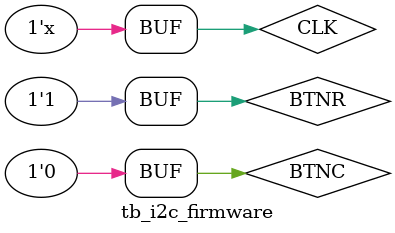
<source format=v>
`timescale 1ns / 1ps


module tb_i2c_firmware;

wire I2C_SDA, I2C_SCL;
wire [15:0] LED;
reg CLK, BTNC, BTNR;

i2c_firmware UUT (
    .CLK100MHZ(CLK),
    .btnC(BTNC),
    .btnR(BTNR),
    .I2C_SDA(I2C_SDA),
    .I2C_SCL(I2C_SCL),
    .LED(LED)
);

always begin
    #5 CLK = ~CLK;
end

initial begin
    CLK = 0;
    BTNC = 0;

    #10 BTNC = 1;
    #10 BTNC = 0;
    #10 BTNR = 1;
end
        
endmodule

</source>
